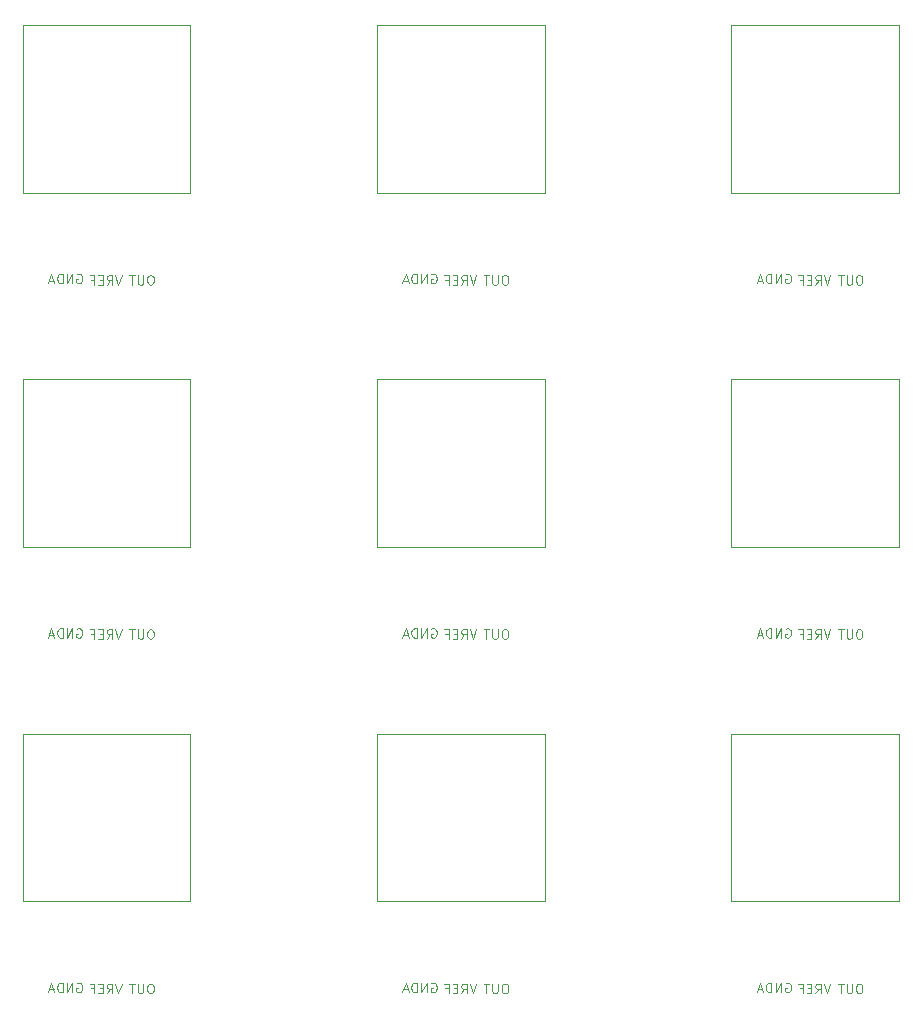
<source format=gbr>
G04 #@! TF.GenerationSoftware,KiCad,Pcbnew,8.0.3*
G04 #@! TF.CreationDate,2024-06-06T13:43:45+09:00*
G04 #@! TF.ProjectId,analog_switch_tester,616e616c-6f67-45f7-9377-697463685f74,1*
G04 #@! TF.SameCoordinates,Original*
G04 #@! TF.FileFunction,Legend,Bot*
G04 #@! TF.FilePolarity,Positive*
%FSLAX46Y46*%
G04 Gerber Fmt 4.6, Leading zero omitted, Abs format (unit mm)*
G04 Created by KiCad (PCBNEW 8.0.3) date 2024-06-06 13:43:45*
%MOMM*%
%LPD*%
G01*
G04 APERTURE LIST*
%ADD10C,0.100000*%
%ADD11C,0.120000*%
G04 APERTURE END LIST*
D10*
X99621753Y-107986395D02*
X99469372Y-107986395D01*
X99469372Y-107986395D02*
X99393182Y-108024490D01*
X99393182Y-108024490D02*
X99316991Y-108100680D01*
X99316991Y-108100680D02*
X99278896Y-108253061D01*
X99278896Y-108253061D02*
X99278896Y-108519728D01*
X99278896Y-108519728D02*
X99316991Y-108672109D01*
X99316991Y-108672109D02*
X99393182Y-108748300D01*
X99393182Y-108748300D02*
X99469372Y-108786395D01*
X99469372Y-108786395D02*
X99621753Y-108786395D01*
X99621753Y-108786395D02*
X99697944Y-108748300D01*
X99697944Y-108748300D02*
X99774134Y-108672109D01*
X99774134Y-108672109D02*
X99812230Y-108519728D01*
X99812230Y-108519728D02*
X99812230Y-108253061D01*
X99812230Y-108253061D02*
X99774134Y-108100680D01*
X99774134Y-108100680D02*
X99697944Y-108024490D01*
X99697944Y-108024490D02*
X99621753Y-107986395D01*
X98936039Y-107986395D02*
X98936039Y-108634014D01*
X98936039Y-108634014D02*
X98897944Y-108710204D01*
X98897944Y-108710204D02*
X98859849Y-108748300D01*
X98859849Y-108748300D02*
X98783658Y-108786395D01*
X98783658Y-108786395D02*
X98631277Y-108786395D01*
X98631277Y-108786395D02*
X98555087Y-108748300D01*
X98555087Y-108748300D02*
X98516992Y-108710204D01*
X98516992Y-108710204D02*
X98478896Y-108634014D01*
X98478896Y-108634014D02*
X98478896Y-107986395D01*
X98212230Y-107986395D02*
X97755087Y-107986395D01*
X97983659Y-108786395D02*
X97983659Y-107986395D01*
X93309887Y-107922890D02*
X93386077Y-107884795D01*
X93386077Y-107884795D02*
X93500363Y-107884795D01*
X93500363Y-107884795D02*
X93614649Y-107922890D01*
X93614649Y-107922890D02*
X93690839Y-107999080D01*
X93690839Y-107999080D02*
X93728934Y-108075271D01*
X93728934Y-108075271D02*
X93767030Y-108227652D01*
X93767030Y-108227652D02*
X93767030Y-108341938D01*
X93767030Y-108341938D02*
X93728934Y-108494319D01*
X93728934Y-108494319D02*
X93690839Y-108570509D01*
X93690839Y-108570509D02*
X93614649Y-108646700D01*
X93614649Y-108646700D02*
X93500363Y-108684795D01*
X93500363Y-108684795D02*
X93424172Y-108684795D01*
X93424172Y-108684795D02*
X93309887Y-108646700D01*
X93309887Y-108646700D02*
X93271791Y-108608604D01*
X93271791Y-108608604D02*
X93271791Y-108341938D01*
X93271791Y-108341938D02*
X93424172Y-108341938D01*
X92928934Y-108684795D02*
X92928934Y-107884795D01*
X92928934Y-107884795D02*
X92471791Y-108684795D01*
X92471791Y-108684795D02*
X92471791Y-107884795D01*
X92090839Y-108684795D02*
X92090839Y-107884795D01*
X92090839Y-107884795D02*
X91900363Y-107884795D01*
X91900363Y-107884795D02*
X91786077Y-107922890D01*
X91786077Y-107922890D02*
X91709887Y-107999080D01*
X91709887Y-107999080D02*
X91671792Y-108075271D01*
X91671792Y-108075271D02*
X91633696Y-108227652D01*
X91633696Y-108227652D02*
X91633696Y-108341938D01*
X91633696Y-108341938D02*
X91671792Y-108494319D01*
X91671792Y-108494319D02*
X91709887Y-108570509D01*
X91709887Y-108570509D02*
X91786077Y-108646700D01*
X91786077Y-108646700D02*
X91900363Y-108684795D01*
X91900363Y-108684795D02*
X92090839Y-108684795D01*
X91328935Y-108456223D02*
X90947982Y-108456223D01*
X91405125Y-108684795D02*
X91138458Y-107884795D01*
X91138458Y-107884795D02*
X90871792Y-108684795D01*
X97094420Y-107986395D02*
X96827753Y-108786395D01*
X96827753Y-108786395D02*
X96561087Y-107986395D01*
X95837277Y-108786395D02*
X96103944Y-108405442D01*
X96294420Y-108786395D02*
X96294420Y-107986395D01*
X96294420Y-107986395D02*
X95989658Y-107986395D01*
X95989658Y-107986395D02*
X95913468Y-108024490D01*
X95913468Y-108024490D02*
X95875373Y-108062585D01*
X95875373Y-108062585D02*
X95837277Y-108138776D01*
X95837277Y-108138776D02*
X95837277Y-108253061D01*
X95837277Y-108253061D02*
X95875373Y-108329252D01*
X95875373Y-108329252D02*
X95913468Y-108367347D01*
X95913468Y-108367347D02*
X95989658Y-108405442D01*
X95989658Y-108405442D02*
X96294420Y-108405442D01*
X95494420Y-108367347D02*
X95227754Y-108367347D01*
X95113468Y-108786395D02*
X95494420Y-108786395D01*
X95494420Y-108786395D02*
X95494420Y-107986395D01*
X95494420Y-107986395D02*
X95113468Y-107986395D01*
X94503944Y-108367347D02*
X94770610Y-108367347D01*
X94770610Y-108786395D02*
X94770610Y-107986395D01*
X94770610Y-107986395D02*
X94389658Y-107986395D01*
X69621753Y-107986395D02*
X69469372Y-107986395D01*
X69469372Y-107986395D02*
X69393182Y-108024490D01*
X69393182Y-108024490D02*
X69316991Y-108100680D01*
X69316991Y-108100680D02*
X69278896Y-108253061D01*
X69278896Y-108253061D02*
X69278896Y-108519728D01*
X69278896Y-108519728D02*
X69316991Y-108672109D01*
X69316991Y-108672109D02*
X69393182Y-108748300D01*
X69393182Y-108748300D02*
X69469372Y-108786395D01*
X69469372Y-108786395D02*
X69621753Y-108786395D01*
X69621753Y-108786395D02*
X69697944Y-108748300D01*
X69697944Y-108748300D02*
X69774134Y-108672109D01*
X69774134Y-108672109D02*
X69812230Y-108519728D01*
X69812230Y-108519728D02*
X69812230Y-108253061D01*
X69812230Y-108253061D02*
X69774134Y-108100680D01*
X69774134Y-108100680D02*
X69697944Y-108024490D01*
X69697944Y-108024490D02*
X69621753Y-107986395D01*
X68936039Y-107986395D02*
X68936039Y-108634014D01*
X68936039Y-108634014D02*
X68897944Y-108710204D01*
X68897944Y-108710204D02*
X68859849Y-108748300D01*
X68859849Y-108748300D02*
X68783658Y-108786395D01*
X68783658Y-108786395D02*
X68631277Y-108786395D01*
X68631277Y-108786395D02*
X68555087Y-108748300D01*
X68555087Y-108748300D02*
X68516992Y-108710204D01*
X68516992Y-108710204D02*
X68478896Y-108634014D01*
X68478896Y-108634014D02*
X68478896Y-107986395D01*
X68212230Y-107986395D02*
X67755087Y-107986395D01*
X67983659Y-108786395D02*
X67983659Y-107986395D01*
X63309887Y-107922890D02*
X63386077Y-107884795D01*
X63386077Y-107884795D02*
X63500363Y-107884795D01*
X63500363Y-107884795D02*
X63614649Y-107922890D01*
X63614649Y-107922890D02*
X63690839Y-107999080D01*
X63690839Y-107999080D02*
X63728934Y-108075271D01*
X63728934Y-108075271D02*
X63767030Y-108227652D01*
X63767030Y-108227652D02*
X63767030Y-108341938D01*
X63767030Y-108341938D02*
X63728934Y-108494319D01*
X63728934Y-108494319D02*
X63690839Y-108570509D01*
X63690839Y-108570509D02*
X63614649Y-108646700D01*
X63614649Y-108646700D02*
X63500363Y-108684795D01*
X63500363Y-108684795D02*
X63424172Y-108684795D01*
X63424172Y-108684795D02*
X63309887Y-108646700D01*
X63309887Y-108646700D02*
X63271791Y-108608604D01*
X63271791Y-108608604D02*
X63271791Y-108341938D01*
X63271791Y-108341938D02*
X63424172Y-108341938D01*
X62928934Y-108684795D02*
X62928934Y-107884795D01*
X62928934Y-107884795D02*
X62471791Y-108684795D01*
X62471791Y-108684795D02*
X62471791Y-107884795D01*
X62090839Y-108684795D02*
X62090839Y-107884795D01*
X62090839Y-107884795D02*
X61900363Y-107884795D01*
X61900363Y-107884795D02*
X61786077Y-107922890D01*
X61786077Y-107922890D02*
X61709887Y-107999080D01*
X61709887Y-107999080D02*
X61671792Y-108075271D01*
X61671792Y-108075271D02*
X61633696Y-108227652D01*
X61633696Y-108227652D02*
X61633696Y-108341938D01*
X61633696Y-108341938D02*
X61671792Y-108494319D01*
X61671792Y-108494319D02*
X61709887Y-108570509D01*
X61709887Y-108570509D02*
X61786077Y-108646700D01*
X61786077Y-108646700D02*
X61900363Y-108684795D01*
X61900363Y-108684795D02*
X62090839Y-108684795D01*
X61328935Y-108456223D02*
X60947982Y-108456223D01*
X61405125Y-108684795D02*
X61138458Y-107884795D01*
X61138458Y-107884795D02*
X60871792Y-108684795D01*
X67094420Y-107986395D02*
X66827753Y-108786395D01*
X66827753Y-108786395D02*
X66561087Y-107986395D01*
X65837277Y-108786395D02*
X66103944Y-108405442D01*
X66294420Y-108786395D02*
X66294420Y-107986395D01*
X66294420Y-107986395D02*
X65989658Y-107986395D01*
X65989658Y-107986395D02*
X65913468Y-108024490D01*
X65913468Y-108024490D02*
X65875373Y-108062585D01*
X65875373Y-108062585D02*
X65837277Y-108138776D01*
X65837277Y-108138776D02*
X65837277Y-108253061D01*
X65837277Y-108253061D02*
X65875373Y-108329252D01*
X65875373Y-108329252D02*
X65913468Y-108367347D01*
X65913468Y-108367347D02*
X65989658Y-108405442D01*
X65989658Y-108405442D02*
X66294420Y-108405442D01*
X65494420Y-108367347D02*
X65227754Y-108367347D01*
X65113468Y-108786395D02*
X65494420Y-108786395D01*
X65494420Y-108786395D02*
X65494420Y-107986395D01*
X65494420Y-107986395D02*
X65113468Y-107986395D01*
X64503944Y-108367347D02*
X64770610Y-108367347D01*
X64770610Y-108786395D02*
X64770610Y-107986395D01*
X64770610Y-107986395D02*
X64389658Y-107986395D01*
X39621753Y-107986395D02*
X39469372Y-107986395D01*
X39469372Y-107986395D02*
X39393182Y-108024490D01*
X39393182Y-108024490D02*
X39316991Y-108100680D01*
X39316991Y-108100680D02*
X39278896Y-108253061D01*
X39278896Y-108253061D02*
X39278896Y-108519728D01*
X39278896Y-108519728D02*
X39316991Y-108672109D01*
X39316991Y-108672109D02*
X39393182Y-108748300D01*
X39393182Y-108748300D02*
X39469372Y-108786395D01*
X39469372Y-108786395D02*
X39621753Y-108786395D01*
X39621753Y-108786395D02*
X39697944Y-108748300D01*
X39697944Y-108748300D02*
X39774134Y-108672109D01*
X39774134Y-108672109D02*
X39812230Y-108519728D01*
X39812230Y-108519728D02*
X39812230Y-108253061D01*
X39812230Y-108253061D02*
X39774134Y-108100680D01*
X39774134Y-108100680D02*
X39697944Y-108024490D01*
X39697944Y-108024490D02*
X39621753Y-107986395D01*
X38936039Y-107986395D02*
X38936039Y-108634014D01*
X38936039Y-108634014D02*
X38897944Y-108710204D01*
X38897944Y-108710204D02*
X38859849Y-108748300D01*
X38859849Y-108748300D02*
X38783658Y-108786395D01*
X38783658Y-108786395D02*
X38631277Y-108786395D01*
X38631277Y-108786395D02*
X38555087Y-108748300D01*
X38555087Y-108748300D02*
X38516992Y-108710204D01*
X38516992Y-108710204D02*
X38478896Y-108634014D01*
X38478896Y-108634014D02*
X38478896Y-107986395D01*
X38212230Y-107986395D02*
X37755087Y-107986395D01*
X37983659Y-108786395D02*
X37983659Y-107986395D01*
X33309887Y-107922890D02*
X33386077Y-107884795D01*
X33386077Y-107884795D02*
X33500363Y-107884795D01*
X33500363Y-107884795D02*
X33614649Y-107922890D01*
X33614649Y-107922890D02*
X33690839Y-107999080D01*
X33690839Y-107999080D02*
X33728934Y-108075271D01*
X33728934Y-108075271D02*
X33767030Y-108227652D01*
X33767030Y-108227652D02*
X33767030Y-108341938D01*
X33767030Y-108341938D02*
X33728934Y-108494319D01*
X33728934Y-108494319D02*
X33690839Y-108570509D01*
X33690839Y-108570509D02*
X33614649Y-108646700D01*
X33614649Y-108646700D02*
X33500363Y-108684795D01*
X33500363Y-108684795D02*
X33424172Y-108684795D01*
X33424172Y-108684795D02*
X33309887Y-108646700D01*
X33309887Y-108646700D02*
X33271791Y-108608604D01*
X33271791Y-108608604D02*
X33271791Y-108341938D01*
X33271791Y-108341938D02*
X33424172Y-108341938D01*
X32928934Y-108684795D02*
X32928934Y-107884795D01*
X32928934Y-107884795D02*
X32471791Y-108684795D01*
X32471791Y-108684795D02*
X32471791Y-107884795D01*
X32090839Y-108684795D02*
X32090839Y-107884795D01*
X32090839Y-107884795D02*
X31900363Y-107884795D01*
X31900363Y-107884795D02*
X31786077Y-107922890D01*
X31786077Y-107922890D02*
X31709887Y-107999080D01*
X31709887Y-107999080D02*
X31671792Y-108075271D01*
X31671792Y-108075271D02*
X31633696Y-108227652D01*
X31633696Y-108227652D02*
X31633696Y-108341938D01*
X31633696Y-108341938D02*
X31671792Y-108494319D01*
X31671792Y-108494319D02*
X31709887Y-108570509D01*
X31709887Y-108570509D02*
X31786077Y-108646700D01*
X31786077Y-108646700D02*
X31900363Y-108684795D01*
X31900363Y-108684795D02*
X32090839Y-108684795D01*
X31328935Y-108456223D02*
X30947982Y-108456223D01*
X31405125Y-108684795D02*
X31138458Y-107884795D01*
X31138458Y-107884795D02*
X30871792Y-108684795D01*
X37094420Y-107986395D02*
X36827753Y-108786395D01*
X36827753Y-108786395D02*
X36561087Y-107986395D01*
X35837277Y-108786395D02*
X36103944Y-108405442D01*
X36294420Y-108786395D02*
X36294420Y-107986395D01*
X36294420Y-107986395D02*
X35989658Y-107986395D01*
X35989658Y-107986395D02*
X35913468Y-108024490D01*
X35913468Y-108024490D02*
X35875373Y-108062585D01*
X35875373Y-108062585D02*
X35837277Y-108138776D01*
X35837277Y-108138776D02*
X35837277Y-108253061D01*
X35837277Y-108253061D02*
X35875373Y-108329252D01*
X35875373Y-108329252D02*
X35913468Y-108367347D01*
X35913468Y-108367347D02*
X35989658Y-108405442D01*
X35989658Y-108405442D02*
X36294420Y-108405442D01*
X35494420Y-108367347D02*
X35227754Y-108367347D01*
X35113468Y-108786395D02*
X35494420Y-108786395D01*
X35494420Y-108786395D02*
X35494420Y-107986395D01*
X35494420Y-107986395D02*
X35113468Y-107986395D01*
X34503944Y-108367347D02*
X34770610Y-108367347D01*
X34770610Y-108786395D02*
X34770610Y-107986395D01*
X34770610Y-107986395D02*
X34389658Y-107986395D01*
X99621753Y-77986395D02*
X99469372Y-77986395D01*
X99469372Y-77986395D02*
X99393182Y-78024490D01*
X99393182Y-78024490D02*
X99316991Y-78100680D01*
X99316991Y-78100680D02*
X99278896Y-78253061D01*
X99278896Y-78253061D02*
X99278896Y-78519728D01*
X99278896Y-78519728D02*
X99316991Y-78672109D01*
X99316991Y-78672109D02*
X99393182Y-78748300D01*
X99393182Y-78748300D02*
X99469372Y-78786395D01*
X99469372Y-78786395D02*
X99621753Y-78786395D01*
X99621753Y-78786395D02*
X99697944Y-78748300D01*
X99697944Y-78748300D02*
X99774134Y-78672109D01*
X99774134Y-78672109D02*
X99812230Y-78519728D01*
X99812230Y-78519728D02*
X99812230Y-78253061D01*
X99812230Y-78253061D02*
X99774134Y-78100680D01*
X99774134Y-78100680D02*
X99697944Y-78024490D01*
X99697944Y-78024490D02*
X99621753Y-77986395D01*
X98936039Y-77986395D02*
X98936039Y-78634014D01*
X98936039Y-78634014D02*
X98897944Y-78710204D01*
X98897944Y-78710204D02*
X98859849Y-78748300D01*
X98859849Y-78748300D02*
X98783658Y-78786395D01*
X98783658Y-78786395D02*
X98631277Y-78786395D01*
X98631277Y-78786395D02*
X98555087Y-78748300D01*
X98555087Y-78748300D02*
X98516992Y-78710204D01*
X98516992Y-78710204D02*
X98478896Y-78634014D01*
X98478896Y-78634014D02*
X98478896Y-77986395D01*
X98212230Y-77986395D02*
X97755087Y-77986395D01*
X97983659Y-78786395D02*
X97983659Y-77986395D01*
X93309887Y-77922890D02*
X93386077Y-77884795D01*
X93386077Y-77884795D02*
X93500363Y-77884795D01*
X93500363Y-77884795D02*
X93614649Y-77922890D01*
X93614649Y-77922890D02*
X93690839Y-77999080D01*
X93690839Y-77999080D02*
X93728934Y-78075271D01*
X93728934Y-78075271D02*
X93767030Y-78227652D01*
X93767030Y-78227652D02*
X93767030Y-78341938D01*
X93767030Y-78341938D02*
X93728934Y-78494319D01*
X93728934Y-78494319D02*
X93690839Y-78570509D01*
X93690839Y-78570509D02*
X93614649Y-78646700D01*
X93614649Y-78646700D02*
X93500363Y-78684795D01*
X93500363Y-78684795D02*
X93424172Y-78684795D01*
X93424172Y-78684795D02*
X93309887Y-78646700D01*
X93309887Y-78646700D02*
X93271791Y-78608604D01*
X93271791Y-78608604D02*
X93271791Y-78341938D01*
X93271791Y-78341938D02*
X93424172Y-78341938D01*
X92928934Y-78684795D02*
X92928934Y-77884795D01*
X92928934Y-77884795D02*
X92471791Y-78684795D01*
X92471791Y-78684795D02*
X92471791Y-77884795D01*
X92090839Y-78684795D02*
X92090839Y-77884795D01*
X92090839Y-77884795D02*
X91900363Y-77884795D01*
X91900363Y-77884795D02*
X91786077Y-77922890D01*
X91786077Y-77922890D02*
X91709887Y-77999080D01*
X91709887Y-77999080D02*
X91671792Y-78075271D01*
X91671792Y-78075271D02*
X91633696Y-78227652D01*
X91633696Y-78227652D02*
X91633696Y-78341938D01*
X91633696Y-78341938D02*
X91671792Y-78494319D01*
X91671792Y-78494319D02*
X91709887Y-78570509D01*
X91709887Y-78570509D02*
X91786077Y-78646700D01*
X91786077Y-78646700D02*
X91900363Y-78684795D01*
X91900363Y-78684795D02*
X92090839Y-78684795D01*
X91328935Y-78456223D02*
X90947982Y-78456223D01*
X91405125Y-78684795D02*
X91138458Y-77884795D01*
X91138458Y-77884795D02*
X90871792Y-78684795D01*
X97094420Y-77986395D02*
X96827753Y-78786395D01*
X96827753Y-78786395D02*
X96561087Y-77986395D01*
X95837277Y-78786395D02*
X96103944Y-78405442D01*
X96294420Y-78786395D02*
X96294420Y-77986395D01*
X96294420Y-77986395D02*
X95989658Y-77986395D01*
X95989658Y-77986395D02*
X95913468Y-78024490D01*
X95913468Y-78024490D02*
X95875373Y-78062585D01*
X95875373Y-78062585D02*
X95837277Y-78138776D01*
X95837277Y-78138776D02*
X95837277Y-78253061D01*
X95837277Y-78253061D02*
X95875373Y-78329252D01*
X95875373Y-78329252D02*
X95913468Y-78367347D01*
X95913468Y-78367347D02*
X95989658Y-78405442D01*
X95989658Y-78405442D02*
X96294420Y-78405442D01*
X95494420Y-78367347D02*
X95227754Y-78367347D01*
X95113468Y-78786395D02*
X95494420Y-78786395D01*
X95494420Y-78786395D02*
X95494420Y-77986395D01*
X95494420Y-77986395D02*
X95113468Y-77986395D01*
X94503944Y-78367347D02*
X94770610Y-78367347D01*
X94770610Y-78786395D02*
X94770610Y-77986395D01*
X94770610Y-77986395D02*
X94389658Y-77986395D01*
X69621753Y-77986395D02*
X69469372Y-77986395D01*
X69469372Y-77986395D02*
X69393182Y-78024490D01*
X69393182Y-78024490D02*
X69316991Y-78100680D01*
X69316991Y-78100680D02*
X69278896Y-78253061D01*
X69278896Y-78253061D02*
X69278896Y-78519728D01*
X69278896Y-78519728D02*
X69316991Y-78672109D01*
X69316991Y-78672109D02*
X69393182Y-78748300D01*
X69393182Y-78748300D02*
X69469372Y-78786395D01*
X69469372Y-78786395D02*
X69621753Y-78786395D01*
X69621753Y-78786395D02*
X69697944Y-78748300D01*
X69697944Y-78748300D02*
X69774134Y-78672109D01*
X69774134Y-78672109D02*
X69812230Y-78519728D01*
X69812230Y-78519728D02*
X69812230Y-78253061D01*
X69812230Y-78253061D02*
X69774134Y-78100680D01*
X69774134Y-78100680D02*
X69697944Y-78024490D01*
X69697944Y-78024490D02*
X69621753Y-77986395D01*
X68936039Y-77986395D02*
X68936039Y-78634014D01*
X68936039Y-78634014D02*
X68897944Y-78710204D01*
X68897944Y-78710204D02*
X68859849Y-78748300D01*
X68859849Y-78748300D02*
X68783658Y-78786395D01*
X68783658Y-78786395D02*
X68631277Y-78786395D01*
X68631277Y-78786395D02*
X68555087Y-78748300D01*
X68555087Y-78748300D02*
X68516992Y-78710204D01*
X68516992Y-78710204D02*
X68478896Y-78634014D01*
X68478896Y-78634014D02*
X68478896Y-77986395D01*
X68212230Y-77986395D02*
X67755087Y-77986395D01*
X67983659Y-78786395D02*
X67983659Y-77986395D01*
X63309887Y-77922890D02*
X63386077Y-77884795D01*
X63386077Y-77884795D02*
X63500363Y-77884795D01*
X63500363Y-77884795D02*
X63614649Y-77922890D01*
X63614649Y-77922890D02*
X63690839Y-77999080D01*
X63690839Y-77999080D02*
X63728934Y-78075271D01*
X63728934Y-78075271D02*
X63767030Y-78227652D01*
X63767030Y-78227652D02*
X63767030Y-78341938D01*
X63767030Y-78341938D02*
X63728934Y-78494319D01*
X63728934Y-78494319D02*
X63690839Y-78570509D01*
X63690839Y-78570509D02*
X63614649Y-78646700D01*
X63614649Y-78646700D02*
X63500363Y-78684795D01*
X63500363Y-78684795D02*
X63424172Y-78684795D01*
X63424172Y-78684795D02*
X63309887Y-78646700D01*
X63309887Y-78646700D02*
X63271791Y-78608604D01*
X63271791Y-78608604D02*
X63271791Y-78341938D01*
X63271791Y-78341938D02*
X63424172Y-78341938D01*
X62928934Y-78684795D02*
X62928934Y-77884795D01*
X62928934Y-77884795D02*
X62471791Y-78684795D01*
X62471791Y-78684795D02*
X62471791Y-77884795D01*
X62090839Y-78684795D02*
X62090839Y-77884795D01*
X62090839Y-77884795D02*
X61900363Y-77884795D01*
X61900363Y-77884795D02*
X61786077Y-77922890D01*
X61786077Y-77922890D02*
X61709887Y-77999080D01*
X61709887Y-77999080D02*
X61671792Y-78075271D01*
X61671792Y-78075271D02*
X61633696Y-78227652D01*
X61633696Y-78227652D02*
X61633696Y-78341938D01*
X61633696Y-78341938D02*
X61671792Y-78494319D01*
X61671792Y-78494319D02*
X61709887Y-78570509D01*
X61709887Y-78570509D02*
X61786077Y-78646700D01*
X61786077Y-78646700D02*
X61900363Y-78684795D01*
X61900363Y-78684795D02*
X62090839Y-78684795D01*
X61328935Y-78456223D02*
X60947982Y-78456223D01*
X61405125Y-78684795D02*
X61138458Y-77884795D01*
X61138458Y-77884795D02*
X60871792Y-78684795D01*
X67094420Y-77986395D02*
X66827753Y-78786395D01*
X66827753Y-78786395D02*
X66561087Y-77986395D01*
X65837277Y-78786395D02*
X66103944Y-78405442D01*
X66294420Y-78786395D02*
X66294420Y-77986395D01*
X66294420Y-77986395D02*
X65989658Y-77986395D01*
X65989658Y-77986395D02*
X65913468Y-78024490D01*
X65913468Y-78024490D02*
X65875373Y-78062585D01*
X65875373Y-78062585D02*
X65837277Y-78138776D01*
X65837277Y-78138776D02*
X65837277Y-78253061D01*
X65837277Y-78253061D02*
X65875373Y-78329252D01*
X65875373Y-78329252D02*
X65913468Y-78367347D01*
X65913468Y-78367347D02*
X65989658Y-78405442D01*
X65989658Y-78405442D02*
X66294420Y-78405442D01*
X65494420Y-78367347D02*
X65227754Y-78367347D01*
X65113468Y-78786395D02*
X65494420Y-78786395D01*
X65494420Y-78786395D02*
X65494420Y-77986395D01*
X65494420Y-77986395D02*
X65113468Y-77986395D01*
X64503944Y-78367347D02*
X64770610Y-78367347D01*
X64770610Y-78786395D02*
X64770610Y-77986395D01*
X64770610Y-77986395D02*
X64389658Y-77986395D01*
X39621753Y-77986395D02*
X39469372Y-77986395D01*
X39469372Y-77986395D02*
X39393182Y-78024490D01*
X39393182Y-78024490D02*
X39316991Y-78100680D01*
X39316991Y-78100680D02*
X39278896Y-78253061D01*
X39278896Y-78253061D02*
X39278896Y-78519728D01*
X39278896Y-78519728D02*
X39316991Y-78672109D01*
X39316991Y-78672109D02*
X39393182Y-78748300D01*
X39393182Y-78748300D02*
X39469372Y-78786395D01*
X39469372Y-78786395D02*
X39621753Y-78786395D01*
X39621753Y-78786395D02*
X39697944Y-78748300D01*
X39697944Y-78748300D02*
X39774134Y-78672109D01*
X39774134Y-78672109D02*
X39812230Y-78519728D01*
X39812230Y-78519728D02*
X39812230Y-78253061D01*
X39812230Y-78253061D02*
X39774134Y-78100680D01*
X39774134Y-78100680D02*
X39697944Y-78024490D01*
X39697944Y-78024490D02*
X39621753Y-77986395D01*
X38936039Y-77986395D02*
X38936039Y-78634014D01*
X38936039Y-78634014D02*
X38897944Y-78710204D01*
X38897944Y-78710204D02*
X38859849Y-78748300D01*
X38859849Y-78748300D02*
X38783658Y-78786395D01*
X38783658Y-78786395D02*
X38631277Y-78786395D01*
X38631277Y-78786395D02*
X38555087Y-78748300D01*
X38555087Y-78748300D02*
X38516992Y-78710204D01*
X38516992Y-78710204D02*
X38478896Y-78634014D01*
X38478896Y-78634014D02*
X38478896Y-77986395D01*
X38212230Y-77986395D02*
X37755087Y-77986395D01*
X37983659Y-78786395D02*
X37983659Y-77986395D01*
X33309887Y-77922890D02*
X33386077Y-77884795D01*
X33386077Y-77884795D02*
X33500363Y-77884795D01*
X33500363Y-77884795D02*
X33614649Y-77922890D01*
X33614649Y-77922890D02*
X33690839Y-77999080D01*
X33690839Y-77999080D02*
X33728934Y-78075271D01*
X33728934Y-78075271D02*
X33767030Y-78227652D01*
X33767030Y-78227652D02*
X33767030Y-78341938D01*
X33767030Y-78341938D02*
X33728934Y-78494319D01*
X33728934Y-78494319D02*
X33690839Y-78570509D01*
X33690839Y-78570509D02*
X33614649Y-78646700D01*
X33614649Y-78646700D02*
X33500363Y-78684795D01*
X33500363Y-78684795D02*
X33424172Y-78684795D01*
X33424172Y-78684795D02*
X33309887Y-78646700D01*
X33309887Y-78646700D02*
X33271791Y-78608604D01*
X33271791Y-78608604D02*
X33271791Y-78341938D01*
X33271791Y-78341938D02*
X33424172Y-78341938D01*
X32928934Y-78684795D02*
X32928934Y-77884795D01*
X32928934Y-77884795D02*
X32471791Y-78684795D01*
X32471791Y-78684795D02*
X32471791Y-77884795D01*
X32090839Y-78684795D02*
X32090839Y-77884795D01*
X32090839Y-77884795D02*
X31900363Y-77884795D01*
X31900363Y-77884795D02*
X31786077Y-77922890D01*
X31786077Y-77922890D02*
X31709887Y-77999080D01*
X31709887Y-77999080D02*
X31671792Y-78075271D01*
X31671792Y-78075271D02*
X31633696Y-78227652D01*
X31633696Y-78227652D02*
X31633696Y-78341938D01*
X31633696Y-78341938D02*
X31671792Y-78494319D01*
X31671792Y-78494319D02*
X31709887Y-78570509D01*
X31709887Y-78570509D02*
X31786077Y-78646700D01*
X31786077Y-78646700D02*
X31900363Y-78684795D01*
X31900363Y-78684795D02*
X32090839Y-78684795D01*
X31328935Y-78456223D02*
X30947982Y-78456223D01*
X31405125Y-78684795D02*
X31138458Y-77884795D01*
X31138458Y-77884795D02*
X30871792Y-78684795D01*
X37094420Y-77986395D02*
X36827753Y-78786395D01*
X36827753Y-78786395D02*
X36561087Y-77986395D01*
X35837277Y-78786395D02*
X36103944Y-78405442D01*
X36294420Y-78786395D02*
X36294420Y-77986395D01*
X36294420Y-77986395D02*
X35989658Y-77986395D01*
X35989658Y-77986395D02*
X35913468Y-78024490D01*
X35913468Y-78024490D02*
X35875373Y-78062585D01*
X35875373Y-78062585D02*
X35837277Y-78138776D01*
X35837277Y-78138776D02*
X35837277Y-78253061D01*
X35837277Y-78253061D02*
X35875373Y-78329252D01*
X35875373Y-78329252D02*
X35913468Y-78367347D01*
X35913468Y-78367347D02*
X35989658Y-78405442D01*
X35989658Y-78405442D02*
X36294420Y-78405442D01*
X35494420Y-78367347D02*
X35227754Y-78367347D01*
X35113468Y-78786395D02*
X35494420Y-78786395D01*
X35494420Y-78786395D02*
X35494420Y-77986395D01*
X35494420Y-77986395D02*
X35113468Y-77986395D01*
X34503944Y-78367347D02*
X34770610Y-78367347D01*
X34770610Y-78786395D02*
X34770610Y-77986395D01*
X34770610Y-77986395D02*
X34389658Y-77986395D01*
X99621753Y-47986395D02*
X99469372Y-47986395D01*
X99469372Y-47986395D02*
X99393182Y-48024490D01*
X99393182Y-48024490D02*
X99316991Y-48100680D01*
X99316991Y-48100680D02*
X99278896Y-48253061D01*
X99278896Y-48253061D02*
X99278896Y-48519728D01*
X99278896Y-48519728D02*
X99316991Y-48672109D01*
X99316991Y-48672109D02*
X99393182Y-48748300D01*
X99393182Y-48748300D02*
X99469372Y-48786395D01*
X99469372Y-48786395D02*
X99621753Y-48786395D01*
X99621753Y-48786395D02*
X99697944Y-48748300D01*
X99697944Y-48748300D02*
X99774134Y-48672109D01*
X99774134Y-48672109D02*
X99812230Y-48519728D01*
X99812230Y-48519728D02*
X99812230Y-48253061D01*
X99812230Y-48253061D02*
X99774134Y-48100680D01*
X99774134Y-48100680D02*
X99697944Y-48024490D01*
X99697944Y-48024490D02*
X99621753Y-47986395D01*
X98936039Y-47986395D02*
X98936039Y-48634014D01*
X98936039Y-48634014D02*
X98897944Y-48710204D01*
X98897944Y-48710204D02*
X98859849Y-48748300D01*
X98859849Y-48748300D02*
X98783658Y-48786395D01*
X98783658Y-48786395D02*
X98631277Y-48786395D01*
X98631277Y-48786395D02*
X98555087Y-48748300D01*
X98555087Y-48748300D02*
X98516992Y-48710204D01*
X98516992Y-48710204D02*
X98478896Y-48634014D01*
X98478896Y-48634014D02*
X98478896Y-47986395D01*
X98212230Y-47986395D02*
X97755087Y-47986395D01*
X97983659Y-48786395D02*
X97983659Y-47986395D01*
X93309887Y-47922890D02*
X93386077Y-47884795D01*
X93386077Y-47884795D02*
X93500363Y-47884795D01*
X93500363Y-47884795D02*
X93614649Y-47922890D01*
X93614649Y-47922890D02*
X93690839Y-47999080D01*
X93690839Y-47999080D02*
X93728934Y-48075271D01*
X93728934Y-48075271D02*
X93767030Y-48227652D01*
X93767030Y-48227652D02*
X93767030Y-48341938D01*
X93767030Y-48341938D02*
X93728934Y-48494319D01*
X93728934Y-48494319D02*
X93690839Y-48570509D01*
X93690839Y-48570509D02*
X93614649Y-48646700D01*
X93614649Y-48646700D02*
X93500363Y-48684795D01*
X93500363Y-48684795D02*
X93424172Y-48684795D01*
X93424172Y-48684795D02*
X93309887Y-48646700D01*
X93309887Y-48646700D02*
X93271791Y-48608604D01*
X93271791Y-48608604D02*
X93271791Y-48341938D01*
X93271791Y-48341938D02*
X93424172Y-48341938D01*
X92928934Y-48684795D02*
X92928934Y-47884795D01*
X92928934Y-47884795D02*
X92471791Y-48684795D01*
X92471791Y-48684795D02*
X92471791Y-47884795D01*
X92090839Y-48684795D02*
X92090839Y-47884795D01*
X92090839Y-47884795D02*
X91900363Y-47884795D01*
X91900363Y-47884795D02*
X91786077Y-47922890D01*
X91786077Y-47922890D02*
X91709887Y-47999080D01*
X91709887Y-47999080D02*
X91671792Y-48075271D01*
X91671792Y-48075271D02*
X91633696Y-48227652D01*
X91633696Y-48227652D02*
X91633696Y-48341938D01*
X91633696Y-48341938D02*
X91671792Y-48494319D01*
X91671792Y-48494319D02*
X91709887Y-48570509D01*
X91709887Y-48570509D02*
X91786077Y-48646700D01*
X91786077Y-48646700D02*
X91900363Y-48684795D01*
X91900363Y-48684795D02*
X92090839Y-48684795D01*
X91328935Y-48456223D02*
X90947982Y-48456223D01*
X91405125Y-48684795D02*
X91138458Y-47884795D01*
X91138458Y-47884795D02*
X90871792Y-48684795D01*
X97094420Y-47986395D02*
X96827753Y-48786395D01*
X96827753Y-48786395D02*
X96561087Y-47986395D01*
X95837277Y-48786395D02*
X96103944Y-48405442D01*
X96294420Y-48786395D02*
X96294420Y-47986395D01*
X96294420Y-47986395D02*
X95989658Y-47986395D01*
X95989658Y-47986395D02*
X95913468Y-48024490D01*
X95913468Y-48024490D02*
X95875373Y-48062585D01*
X95875373Y-48062585D02*
X95837277Y-48138776D01*
X95837277Y-48138776D02*
X95837277Y-48253061D01*
X95837277Y-48253061D02*
X95875373Y-48329252D01*
X95875373Y-48329252D02*
X95913468Y-48367347D01*
X95913468Y-48367347D02*
X95989658Y-48405442D01*
X95989658Y-48405442D02*
X96294420Y-48405442D01*
X95494420Y-48367347D02*
X95227754Y-48367347D01*
X95113468Y-48786395D02*
X95494420Y-48786395D01*
X95494420Y-48786395D02*
X95494420Y-47986395D01*
X95494420Y-47986395D02*
X95113468Y-47986395D01*
X94503944Y-48367347D02*
X94770610Y-48367347D01*
X94770610Y-48786395D02*
X94770610Y-47986395D01*
X94770610Y-47986395D02*
X94389658Y-47986395D01*
X69621753Y-47986395D02*
X69469372Y-47986395D01*
X69469372Y-47986395D02*
X69393182Y-48024490D01*
X69393182Y-48024490D02*
X69316991Y-48100680D01*
X69316991Y-48100680D02*
X69278896Y-48253061D01*
X69278896Y-48253061D02*
X69278896Y-48519728D01*
X69278896Y-48519728D02*
X69316991Y-48672109D01*
X69316991Y-48672109D02*
X69393182Y-48748300D01*
X69393182Y-48748300D02*
X69469372Y-48786395D01*
X69469372Y-48786395D02*
X69621753Y-48786395D01*
X69621753Y-48786395D02*
X69697944Y-48748300D01*
X69697944Y-48748300D02*
X69774134Y-48672109D01*
X69774134Y-48672109D02*
X69812230Y-48519728D01*
X69812230Y-48519728D02*
X69812230Y-48253061D01*
X69812230Y-48253061D02*
X69774134Y-48100680D01*
X69774134Y-48100680D02*
X69697944Y-48024490D01*
X69697944Y-48024490D02*
X69621753Y-47986395D01*
X68936039Y-47986395D02*
X68936039Y-48634014D01*
X68936039Y-48634014D02*
X68897944Y-48710204D01*
X68897944Y-48710204D02*
X68859849Y-48748300D01*
X68859849Y-48748300D02*
X68783658Y-48786395D01*
X68783658Y-48786395D02*
X68631277Y-48786395D01*
X68631277Y-48786395D02*
X68555087Y-48748300D01*
X68555087Y-48748300D02*
X68516992Y-48710204D01*
X68516992Y-48710204D02*
X68478896Y-48634014D01*
X68478896Y-48634014D02*
X68478896Y-47986395D01*
X68212230Y-47986395D02*
X67755087Y-47986395D01*
X67983659Y-48786395D02*
X67983659Y-47986395D01*
X63309887Y-47922890D02*
X63386077Y-47884795D01*
X63386077Y-47884795D02*
X63500363Y-47884795D01*
X63500363Y-47884795D02*
X63614649Y-47922890D01*
X63614649Y-47922890D02*
X63690839Y-47999080D01*
X63690839Y-47999080D02*
X63728934Y-48075271D01*
X63728934Y-48075271D02*
X63767030Y-48227652D01*
X63767030Y-48227652D02*
X63767030Y-48341938D01*
X63767030Y-48341938D02*
X63728934Y-48494319D01*
X63728934Y-48494319D02*
X63690839Y-48570509D01*
X63690839Y-48570509D02*
X63614649Y-48646700D01*
X63614649Y-48646700D02*
X63500363Y-48684795D01*
X63500363Y-48684795D02*
X63424172Y-48684795D01*
X63424172Y-48684795D02*
X63309887Y-48646700D01*
X63309887Y-48646700D02*
X63271791Y-48608604D01*
X63271791Y-48608604D02*
X63271791Y-48341938D01*
X63271791Y-48341938D02*
X63424172Y-48341938D01*
X62928934Y-48684795D02*
X62928934Y-47884795D01*
X62928934Y-47884795D02*
X62471791Y-48684795D01*
X62471791Y-48684795D02*
X62471791Y-47884795D01*
X62090839Y-48684795D02*
X62090839Y-47884795D01*
X62090839Y-47884795D02*
X61900363Y-47884795D01*
X61900363Y-47884795D02*
X61786077Y-47922890D01*
X61786077Y-47922890D02*
X61709887Y-47999080D01*
X61709887Y-47999080D02*
X61671792Y-48075271D01*
X61671792Y-48075271D02*
X61633696Y-48227652D01*
X61633696Y-48227652D02*
X61633696Y-48341938D01*
X61633696Y-48341938D02*
X61671792Y-48494319D01*
X61671792Y-48494319D02*
X61709887Y-48570509D01*
X61709887Y-48570509D02*
X61786077Y-48646700D01*
X61786077Y-48646700D02*
X61900363Y-48684795D01*
X61900363Y-48684795D02*
X62090839Y-48684795D01*
X61328935Y-48456223D02*
X60947982Y-48456223D01*
X61405125Y-48684795D02*
X61138458Y-47884795D01*
X61138458Y-47884795D02*
X60871792Y-48684795D01*
X67094420Y-47986395D02*
X66827753Y-48786395D01*
X66827753Y-48786395D02*
X66561087Y-47986395D01*
X65837277Y-48786395D02*
X66103944Y-48405442D01*
X66294420Y-48786395D02*
X66294420Y-47986395D01*
X66294420Y-47986395D02*
X65989658Y-47986395D01*
X65989658Y-47986395D02*
X65913468Y-48024490D01*
X65913468Y-48024490D02*
X65875373Y-48062585D01*
X65875373Y-48062585D02*
X65837277Y-48138776D01*
X65837277Y-48138776D02*
X65837277Y-48253061D01*
X65837277Y-48253061D02*
X65875373Y-48329252D01*
X65875373Y-48329252D02*
X65913468Y-48367347D01*
X65913468Y-48367347D02*
X65989658Y-48405442D01*
X65989658Y-48405442D02*
X66294420Y-48405442D01*
X65494420Y-48367347D02*
X65227754Y-48367347D01*
X65113468Y-48786395D02*
X65494420Y-48786395D01*
X65494420Y-48786395D02*
X65494420Y-47986395D01*
X65494420Y-47986395D02*
X65113468Y-47986395D01*
X64503944Y-48367347D02*
X64770610Y-48367347D01*
X64770610Y-48786395D02*
X64770610Y-47986395D01*
X64770610Y-47986395D02*
X64389658Y-47986395D01*
X33309887Y-47922890D02*
X33386077Y-47884795D01*
X33386077Y-47884795D02*
X33500363Y-47884795D01*
X33500363Y-47884795D02*
X33614649Y-47922890D01*
X33614649Y-47922890D02*
X33690839Y-47999080D01*
X33690839Y-47999080D02*
X33728934Y-48075271D01*
X33728934Y-48075271D02*
X33767030Y-48227652D01*
X33767030Y-48227652D02*
X33767030Y-48341938D01*
X33767030Y-48341938D02*
X33728934Y-48494319D01*
X33728934Y-48494319D02*
X33690839Y-48570509D01*
X33690839Y-48570509D02*
X33614649Y-48646700D01*
X33614649Y-48646700D02*
X33500363Y-48684795D01*
X33500363Y-48684795D02*
X33424172Y-48684795D01*
X33424172Y-48684795D02*
X33309887Y-48646700D01*
X33309887Y-48646700D02*
X33271791Y-48608604D01*
X33271791Y-48608604D02*
X33271791Y-48341938D01*
X33271791Y-48341938D02*
X33424172Y-48341938D01*
X32928934Y-48684795D02*
X32928934Y-47884795D01*
X32928934Y-47884795D02*
X32471791Y-48684795D01*
X32471791Y-48684795D02*
X32471791Y-47884795D01*
X32090839Y-48684795D02*
X32090839Y-47884795D01*
X32090839Y-47884795D02*
X31900363Y-47884795D01*
X31900363Y-47884795D02*
X31786077Y-47922890D01*
X31786077Y-47922890D02*
X31709887Y-47999080D01*
X31709887Y-47999080D02*
X31671792Y-48075271D01*
X31671792Y-48075271D02*
X31633696Y-48227652D01*
X31633696Y-48227652D02*
X31633696Y-48341938D01*
X31633696Y-48341938D02*
X31671792Y-48494319D01*
X31671792Y-48494319D02*
X31709887Y-48570509D01*
X31709887Y-48570509D02*
X31786077Y-48646700D01*
X31786077Y-48646700D02*
X31900363Y-48684795D01*
X31900363Y-48684795D02*
X32090839Y-48684795D01*
X31328935Y-48456223D02*
X30947982Y-48456223D01*
X31405125Y-48684795D02*
X31138458Y-47884795D01*
X31138458Y-47884795D02*
X30871792Y-48684795D01*
X37094420Y-47986395D02*
X36827753Y-48786395D01*
X36827753Y-48786395D02*
X36561087Y-47986395D01*
X35837277Y-48786395D02*
X36103944Y-48405442D01*
X36294420Y-48786395D02*
X36294420Y-47986395D01*
X36294420Y-47986395D02*
X35989658Y-47986395D01*
X35989658Y-47986395D02*
X35913468Y-48024490D01*
X35913468Y-48024490D02*
X35875373Y-48062585D01*
X35875373Y-48062585D02*
X35837277Y-48138776D01*
X35837277Y-48138776D02*
X35837277Y-48253061D01*
X35837277Y-48253061D02*
X35875373Y-48329252D01*
X35875373Y-48329252D02*
X35913468Y-48367347D01*
X35913468Y-48367347D02*
X35989658Y-48405442D01*
X35989658Y-48405442D02*
X36294420Y-48405442D01*
X35494420Y-48367347D02*
X35227754Y-48367347D01*
X35113468Y-48786395D02*
X35494420Y-48786395D01*
X35494420Y-48786395D02*
X35494420Y-47986395D01*
X35494420Y-47986395D02*
X35113468Y-47986395D01*
X34503944Y-48367347D02*
X34770610Y-48367347D01*
X34770610Y-48786395D02*
X34770610Y-47986395D01*
X34770610Y-47986395D02*
X34389658Y-47986395D01*
X39621753Y-47986395D02*
X39469372Y-47986395D01*
X39469372Y-47986395D02*
X39393182Y-48024490D01*
X39393182Y-48024490D02*
X39316991Y-48100680D01*
X39316991Y-48100680D02*
X39278896Y-48253061D01*
X39278896Y-48253061D02*
X39278896Y-48519728D01*
X39278896Y-48519728D02*
X39316991Y-48672109D01*
X39316991Y-48672109D02*
X39393182Y-48748300D01*
X39393182Y-48748300D02*
X39469372Y-48786395D01*
X39469372Y-48786395D02*
X39621753Y-48786395D01*
X39621753Y-48786395D02*
X39697944Y-48748300D01*
X39697944Y-48748300D02*
X39774134Y-48672109D01*
X39774134Y-48672109D02*
X39812230Y-48519728D01*
X39812230Y-48519728D02*
X39812230Y-48253061D01*
X39812230Y-48253061D02*
X39774134Y-48100680D01*
X39774134Y-48100680D02*
X39697944Y-48024490D01*
X39697944Y-48024490D02*
X39621753Y-47986395D01*
X38936039Y-47986395D02*
X38936039Y-48634014D01*
X38936039Y-48634014D02*
X38897944Y-48710204D01*
X38897944Y-48710204D02*
X38859849Y-48748300D01*
X38859849Y-48748300D02*
X38783658Y-48786395D01*
X38783658Y-48786395D02*
X38631277Y-48786395D01*
X38631277Y-48786395D02*
X38555087Y-48748300D01*
X38555087Y-48748300D02*
X38516992Y-48710204D01*
X38516992Y-48710204D02*
X38478896Y-48634014D01*
X38478896Y-48634014D02*
X38478896Y-47986395D01*
X38212230Y-47986395D02*
X37755087Y-47986395D01*
X37983659Y-48786395D02*
X37983659Y-47986395D01*
D11*
G04 #@! TO.C,U9*
X102914000Y-101003500D02*
X102914000Y-86803500D01*
X102914000Y-86803500D02*
X88714000Y-86803500D01*
X88714000Y-101003500D02*
X102914000Y-101003500D01*
X88714000Y-86803500D02*
X88714000Y-101003500D01*
G04 #@! TO.C,U8*
X72914000Y-101003500D02*
X72914000Y-86803500D01*
X72914000Y-86803500D02*
X58714000Y-86803500D01*
X58714000Y-101003500D02*
X72914000Y-101003500D01*
X58714000Y-86803500D02*
X58714000Y-101003500D01*
G04 #@! TO.C,U7*
X42914000Y-101003500D02*
X42914000Y-86803500D01*
X42914000Y-86803500D02*
X28714000Y-86803500D01*
X28714000Y-101003500D02*
X42914000Y-101003500D01*
X28714000Y-86803500D02*
X28714000Y-101003500D01*
G04 #@! TO.C,U6*
X102914000Y-71003500D02*
X102914000Y-56803500D01*
X102914000Y-56803500D02*
X88714000Y-56803500D01*
X88714000Y-71003500D02*
X102914000Y-71003500D01*
X88714000Y-56803500D02*
X88714000Y-71003500D01*
G04 #@! TO.C,U5*
X72914000Y-71003500D02*
X72914000Y-56803500D01*
X72914000Y-56803500D02*
X58714000Y-56803500D01*
X58714000Y-71003500D02*
X72914000Y-71003500D01*
X58714000Y-56803500D02*
X58714000Y-71003500D01*
G04 #@! TO.C,U4*
X42914000Y-71003500D02*
X42914000Y-56803500D01*
X42914000Y-56803500D02*
X28714000Y-56803500D01*
X28714000Y-71003500D02*
X42914000Y-71003500D01*
X28714000Y-56803500D02*
X28714000Y-71003500D01*
G04 #@! TO.C,U3*
X102914000Y-41003500D02*
X102914000Y-26803500D01*
X102914000Y-26803500D02*
X88714000Y-26803500D01*
X88714000Y-41003500D02*
X102914000Y-41003500D01*
X88714000Y-26803500D02*
X88714000Y-41003500D01*
G04 #@! TO.C,U2*
X72914000Y-41003500D02*
X72914000Y-26803500D01*
X72914000Y-26803500D02*
X58714000Y-26803500D01*
X58714000Y-41003500D02*
X72914000Y-41003500D01*
X58714000Y-26803500D02*
X58714000Y-41003500D01*
G04 #@! TO.C,U1*
X42914000Y-41003500D02*
X42914000Y-26803500D01*
X42914000Y-26803500D02*
X28714000Y-26803500D01*
X28714000Y-41003500D02*
X42914000Y-41003500D01*
X28714000Y-26803500D02*
X28714000Y-41003500D01*
G04 #@! TD*
M02*

</source>
